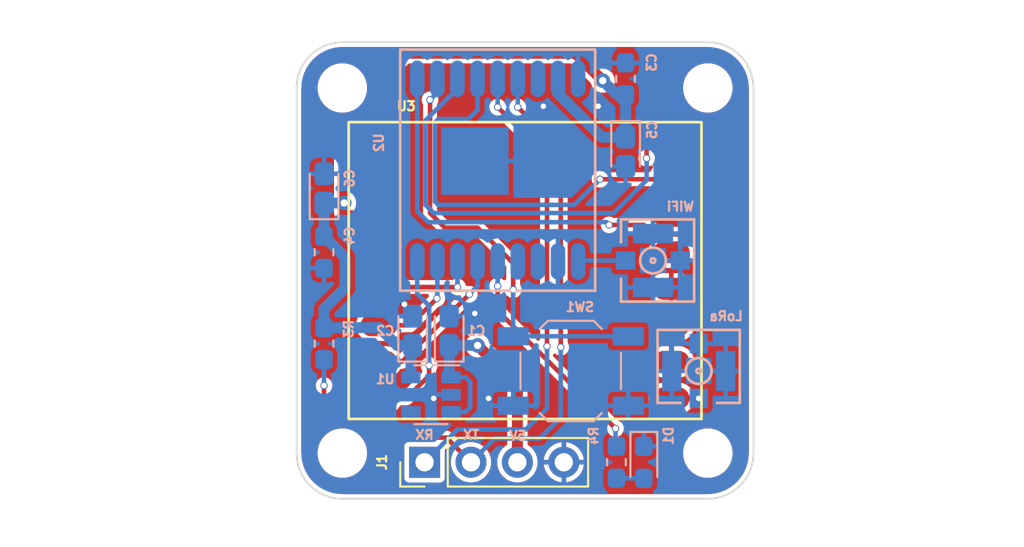
<source format=kicad_pcb>
(kicad_pcb (version 20200819) (host pcbnew "(5.99.0-2965-g3673c23696)")
  (layers (0 "F.Cu" signal) (31 "B.Cu" signal) (34 "B.Paste" user) (35 "F.Paste" user) (36 "B.SilkS" user) (37 "F.SilkS" user) (38 "B.Mask" user) (39 "F.Mask" user) (44 "Edge.Cuts" user))
  (net 0 "")
  (net 1 "GND")
  (net 2 "Net-(AE1-Pad1)")
  (net 3 "Net-(AE2-Pad1)")
  (net 4 "+5V")
  (net 5 "+3V3")
  (net 6 "Net-(D1-Pad2)")
  (net 7 "/TX")
  (net 8 "/RX")
  (net 9 "/IO16")
  (net 10 "/BOOT")
  (net 11 "/RST")
  (net 12 "/BUSY")
  (net 13 "/DIO1")
  (net 14 "/NRESET")
  (net 15 "/NSS")
  (net 16 "/MOSI")
  (net 17 "/MISO")
  (net 18 "/SCK")
  (net 19 "/EN")
  (net 20 "Net-(U2-Pad3)")
  (net 21 "Net-(U3-Pad2)")
  (net 22 "Net-(U3-Pad1)")
  (module "MountingHole:MountingHole_2.2mm_M2" (layer "F.Cu") (at 120 150)
    (fp_text reference "H4" hide)
    (fp_text value "MountingHole" hide)
    (pad "1" np_thru_hole circle (at 0 0) (size 2.2 2.2) (drill 2.2) (layers *.Cu *.Mask))
  )
  (module "MountingHole:MountingHole_2.2mm_M2" (layer "F.Cu") (at 100 150)
    (fp_text reference "H1" hide)
    (fp_text value "MountingHole" hide)
    (pad "1" np_thru_hole circle (at 0 0) (size 2.2 2.2) (drill 2.2) (layers *.Cu *.Mask))
  )
  (module "MountingHole:MountingHole_2.2mm_M2" (layer "F.Cu") (at 120 130)
    (fp_text reference "H3" hide)
    (fp_text value "MountingHole" hide)
    (pad "1" np_thru_hole circle (at 0 0) (size 2.2 2.2) (drill 2.2) (layers *.Cu *.Mask))
  )
  (module "Connector_PinHeader_2.54mm:PinHeader_1x04_P2.54mm_Vertical" (layer "F.Cu") (at 104.5 150.5 90)
    (fp_text reference "J1" (at 0 -2.33 90) (layer "F.SilkS") (effects (font (size 0.5 0.5))))
    (fp_text value "Conn_01x04")
    (fp_line (start -1.33 1.27) (end -1.33 8.95) (layer "F.SilkS") (width 0.12))
    (fp_line (start -1.33 0) (end -1.33 -1.33) (layer "F.SilkS") (width 0.12))
    (fp_line (start 1.33 1.27) (end 1.33 8.95) (layer "F.SilkS") (width 0.12))
    (fp_line (start -1.33 8.95) (end 1.33 8.95) (layer "F.SilkS") (width 0.12))
    (fp_line (start -1.33 1.27) (end 1.33 1.27) (layer "F.SilkS") (width 0.12))
    (fp_line (start -1.33 -1.33) (end 0 -1.33) (layer "F.SilkS") (width 0.12))
    (pad "1" thru_hole rect (at 0 0 90) (size 1.7 1.7) (drill 1) (layers *.Cu *.Mask) (net 8 "/RX"))
    (pad "2" thru_hole oval (at 0 2.54 90) (size 1.7 1.7) (drill 1) (layers *.Cu *.Mask) (net 7 "/TX"))
    (pad "3" thru_hole oval (at 0 5.08 90) (size 1.7 1.7) (drill 1) (layers *.Cu *.Mask) (net 4 "+5V"))
    (pad "4" thru_hole oval (at 0 7.62 90) (size 1.7 1.7) (drill 1) (layers *.Cu *.Mask) (net 1 "GND"))
  )
  (module "MountingHole:MountingHole_2.2mm_M2" (layer "F.Cu") (at 100 130)
    (fp_text reference "H2" hide)
    (fp_text value "MountingHole" hide)
    (pad "1" np_thru_hole circle (at 0 0) (size 2.2 2.2) (drill 2.2) (layers *.Cu *.Mask))
  )
  (module "ELRS_lib:LoRa1280" (layer "F.Cu") (at 110 140)
    (fp_text reference "U3" (at -6.5 -9 unlocked) (layer "F.SilkS") (effects (font (size 0.5 0.5))))
    (fp_text value "LoRa1280")
    (fp_rect (start 9.652 8.128) (end -9.652 -8.128) (layer "F.SilkS") (width 0.15))
    (pad "1" smd oval (at -8 -7) (size 2 1.2) (layers "F.Cu" "F.Paste" "F.Mask") (net 22 "Net-(U3-Pad1)"))
    (pad "2" smd oval (at -8 -5) (size 2 1.2) (layers "F.Cu" "F.Paste" "F.Mask") (net 21 "Net-(U3-Pad2)"))
    (pad "3" smd oval (at -8 -3) (size 2 1.2) (layers "F.Cu" "F.Paste" "F.Mask") (net 5 "+3V3"))
    (pad "4" smd oval (at -8 -1) (size 2 1.2) (layers "F.Cu" "F.Paste" "F.Mask") (net 1 "GND"))
    (pad "5" smd oval (at -8 1) (size 2 1.2) (layers "F.Cu" "F.Paste" "F.Mask") (net 17 "/MISO"))
    (pad "6" smd oval (at -8 3) (size 2 1.2) (layers "F.Cu" "F.Paste" "F.Mask") (net 16 "/MOSI"))
    (pad "7" smd oval (at -8 5) (size 2 1.2) (layers "F.Cu" "F.Paste" "F.Mask") (net 18 "/SCK"))
    (pad "8" smd oval (at -8 7) (size 2 1.2) (layers "F.Cu" "F.Paste" "F.Mask") (net 15 "/NSS"))
    (pad "9" smd oval (at 8 7) (size 2 1.2) (layers "F.Cu" "F.Paste" "F.Mask") (net 3 "Net-(AE2-Pad1)"))
    (pad "10" smd oval (at 8 5) (size 2 1.2) (layers "F.Cu" "F.Paste" "F.Mask") (net 1 "GND"))
    (pad "11" smd oval (at 8 3) (size 2 1.2) (layers "F.Cu" "F.Paste" "F.Mask") (net 1 "GND"))
    (pad "12" smd oval (at 8 1) (size 2 1.2) (layers "F.Cu" "F.Paste" "F.Mask") (net 1 "GND"))
    (pad "13" smd oval (at 8 -1) (size 2 1.2) (layers "F.Cu" "F.Paste" "F.Mask") (net 14 "/NRESET"))
    (pad "14" smd oval (at 8 -3) (size 2 1.2) (layers "F.Cu" "F.Paste" "F.Mask") (net 1 "GND"))
    (pad "15" smd oval (at 8 -5) (size 2 1.2) (layers "F.Cu" "F.Paste" "F.Mask") (net 12 "/BUSY"))
    (pad "16" smd oval (at 8 -7) (size 2 1.2) (layers "F.Cu" "F.Paste" "F.Mask") (net 13 "/DIO1"))
  )
  (module "Capacitor_Tantalum_SMD:CP_EIA-1608-08_AVX-J_Pad1.25x1.05mm_HandSolder" (layer "B.Cu") (at 115.5 133.5 -90)
    (fp_text reference "C5" (at -1.2 -1.45 90) (layer "B.SilkS") (effects (font (size 0.5 0.5)) (justify mirror)))
    (fp_text value "CP")
    (fp_line (start -1.685 -0.785) (end 0.8 -0.785) (layer "B.SilkS") (width 0.12))
    (fp_line (start -1.685 0.785) (end -1.685 -0.785) (layer "B.SilkS") (width 0.12))
    (fp_line (start 0.8 0.785) (end -1.685 0.785) (layer "B.SilkS") (width 0.12))
    (pad "1" smd roundrect (at -0.8 0 270) (size 1.25 1.05) (layers "B.Cu" "B.Paste" "B.Mask") (roundrect_rratio 0.238095) (net 5 "+3V3"))
    (pad "2" smd roundrect (at 0.8 0 270) (size 1.25 1.05) (layers "B.Cu" "B.Paste" "B.Mask") (roundrect_rratio 0.238095) (net 1 "GND"))
  )
  (module "Resistor_SMD:R_0603_1608Metric_Pad1.05x0.95mm_HandSolder" (layer "B.Cu") (at 115 150.5 -90)
    (fp_text reference "R4" (at -1.45 1.25 90) (layer "B.SilkS") (effects (font (size 0.5 0.5)) (justify mirror)))
    (fp_text value "330")
    (fp_line (start -0.171267 -0.51) (end 0.171267 -0.51) (layer "B.SilkS") (width 0.12))
    (fp_line (start -0.171267 0.51) (end 0.171267 0.51) (layer "B.SilkS") (width 0.12))
    (pad "1" smd roundrect (at -0.875 0 270) (size 1.05 0.95) (layers "B.Cu" "B.Paste" "B.Mask") (net 9 "/IO16"))
    (pad "2" smd roundrect (at 0.875 0 270) (size 1.05 0.95) (layers "B.Cu" "B.Paste" "B.Mask") (net 6 "Net-(D1-Pad2)"))
  )
  (module "LED_SMD:LED_0603_1608Metric_Pad1.05x0.95mm_HandSolder" (layer "B.Cu") (at 116.5 150.5 -90)
    (fp_text reference "D1" (at -1.45 -1.35 90) (layer "B.SilkS") (effects (font (size 0.5 0.5)) (justify mirror)))
    (fp_text value "LED")
    (fp_line (start -1.66 0.735) (end -1.66 -0.735) (layer "B.SilkS") (width 0.12))
    (fp_line (start 0.8 0.735) (end -1.66 0.735) (layer "B.SilkS") (width 0.12))
    (fp_line (start -1.66 -0.735) (end 0.8 -0.735) (layer "B.SilkS") (width 0.12))
    (pad "1" smd roundrect (at -0.875 0 270) (size 1.05 0.95) (layers "B.Cu" "B.Paste" "B.Mask") (net 1 "GND"))
    (pad "2" smd roundrect (at 0.875 0 270) (size 1.05 0.95) (layers "B.Cu" "B.Paste" "B.Mask") (net 6 "Net-(D1-Pad2)"))
  )
  (module "Capacitor_Tantalum_SMD:CP_EIA-1608-08_AVX-J_Pad1.25x1.05mm_HandSolder" (layer "B.Cu") (at 99 135.5 90)
    (fp_text reference "C6" (at 0.55 1.4 90) (layer "B.SilkS") (effects (font (size 0.5 0.5)) (justify mirror)))
    (fp_text value "CP")
    (fp_line (start -1.685 0.785) (end -1.685 -0.785) (layer "B.SilkS") (width 0.12))
    (fp_line (start -1.685 -0.785) (end 0.8 -0.785) (layer "B.SilkS") (width 0.12))
    (fp_line (start 0.8 0.785) (end -1.685 0.785) (layer "B.SilkS") (width 0.12))
    (pad "1" smd roundrect (at -0.8 0 90) (size 1.25 1.05) (layers "B.Cu" "B.Paste" "B.Mask") (roundrect_rratio 0.238095) (net 5 "+3V3"))
    (pad "2" smd roundrect (at 0.8 0 90) (size 1.25 1.05) (layers "B.Cu" "B.Paste" "B.Mask") (roundrect_rratio 0.238095) (net 1 "GND"))
  )
  (module "Button_Switch_SMD:SW_SPST_TL3342" (layer "B.Cu") (at 112.5 145.5 180)
    (fp_text reference "SW1" (at -0.5 3.5) (layer "B.SilkS") (effects (font (size 0.5 0.5)) (justify mirror)))
    (fp_text value "SW_SPST")
    (fp_line (start 1.7 2.3) (end 1.25 2.75) (layer "B.SilkS") (width 0.12))
    (fp_line (start -1.7 2.3) (end -1.25 2.75) (layer "B.SilkS") (width 0.12))
    (fp_line (start -1.7 -2.3) (end -1.25 -2.75) (layer "B.SilkS") (width 0.12))
    (fp_line (start 1.7 -2.3) (end 1.25 -2.75) (layer "B.SilkS") (width 0.12))
    (fp_line (start -2.75 1) (end -2.75 -1) (layer "B.SilkS") (width 0.12))
    (fp_line (start -1.25 2.75) (end 1.25 2.75) (layer "B.SilkS") (width 0.12))
    (fp_line (start -1.25 -2.75) (end 1.25 -2.75) (layer "B.SilkS") (width 0.12))
    (fp_line (start 2.75 1) (end 2.75 -1) (layer "B.SilkS") (width 0.12))
    (pad "1" smd rect (at -3.15 1.9 180) (size 1.7 1) (layers "B.Cu" "B.Paste" "B.Mask") (net 10 "/BOOT"))
    (pad "1" smd rect (at 3.15 1.9 180) (size 1.7 1) (layers "B.Cu" "B.Paste" "B.Mask") (net 10 "/BOOT"))
    (pad "2" smd rect (at 3.15 -1.9 180) (size 1.7 1) (layers "B.Cu" "B.Paste" "B.Mask") (net 1 "GND"))
    (pad "2" smd rect (at -3.15 -1.9 180) (size 1.7 1) (layers "B.Cu" "B.Paste" "B.Mask") (net 1 "GND"))
  )
  (module "Capacitor_Tantalum_SMD:CP_EIA-1608-08_AVX-J_Pad1.25x1.05mm_HandSolder" (layer "B.Cu") (at 105.85 143.3 90)
    (fp_text reference "C1" (at 0 1.48 180) (layer "B.SilkS") (effects (font (size 0.5 0.5)) (justify mirror)))
    (fp_text value "CP")
    (fp_line (start 0.8 0.785) (end -1.685 0.785) (layer "B.SilkS") (width 0.12))
    (fp_line (start -1.685 0.785) (end -1.685 -0.785) (layer "B.SilkS") (width 0.12))
    (fp_line (start -1.685 -0.785) (end 0.8 -0.785) (layer "B.SilkS") (width 0.12))
    (pad "1" smd roundrect (at -0.8 0 90) (size 1.25 1.05) (layers "B.Cu" "B.Paste" "B.Mask") (roundrect_rratio 0.238095) (net 4 "+5V"))
    (pad "2" smd roundrect (at 0.8 0 90) (size 1.25 1.05) (layers "B.Cu" "B.Paste" "B.Mask") (roundrect_rratio 0.238095) (net 1 "GND"))
  )
  (module "Capacitor_Tantalum_SMD:CP_EIA-1608-08_AVX-J_Pad1.25x1.05mm_HandSolder" (layer "B.Cu") (at 103.85 143.3 90)
    (fp_text reference "C2" (at 0 -1.5 180) (layer "B.SilkS") (effects (font (size 0.5 0.5)) (justify mirror)))
    (fp_text value "CP")
    (fp_line (start 0.8 0.785) (end -1.685 0.785) (layer "B.SilkS") (width 0.12))
    (fp_line (start -1.685 -0.785) (end 0.8 -0.785) (layer "B.SilkS") (width 0.12))
    (fp_line (start -1.685 0.785) (end -1.685 -0.785) (layer "B.SilkS") (width 0.12))
    (pad "1" smd roundrect (at -0.8 0 90) (size 1.25 1.05) (layers "B.Cu" "B.Paste" "B.Mask") (roundrect_rratio 0.238095) (net 5 "+3V3"))
    (pad "2" smd roundrect (at 0.8 0 90) (size 1.25 1.05) (layers "B.Cu" "B.Paste" "B.Mask") (roundrect_rratio 0.238095) (net 1 "GND"))
  )
  (module "ELRS_lib:U.FL" (layer "B.Cu") (at 117 139.45 180)
    (fp_text reference "AE1" hide)
    (fp_text value "Antenna_Shield")
    (fp_text user "WiFi" (at -1.5 2.95 unlocked) (layer "B.SilkS") (effects (font (size 0.5 0.5) (thickness 0.125)) (justify mirror)))
    (fp_line (start 1.75 2.25) (end -2.25 2.25) (layer "B.SilkS") (width 0.15))
    (fp_line (start 1.75 1) (end 1.75 2.25) (layer "B.SilkS") (width 0.15))
    (fp_line (start 1.75 -2.25) (end 1.75 -1) (layer "B.SilkS") (width 0.15))
    (fp_line (start -2.25 -2.25) (end 1.75 -2.25) (layer "B.SilkS") (width 0.15))
    (fp_line (start -2.25 2.25) (end -2.25 -2.25) (layer "B.SilkS") (width 0.15))
    (fp_circle (center 0 0) (end 0.125 0) (layer "B.SilkS") (width 0.15))
    (fp_circle (center 0 0) (end 0.5 0.5) (layer "B.SilkS") (width 0.15))
    (pad "1" smd rect (at 1.5 0 180) (size 1.05 1) (layers "B.Cu" "B.Paste" "B.Mask") (net 2 "Net-(AE1-Pad1)"))
    (pad "2" smd rect (at 0 1.475 180) (size 2.2 1.05) (layers "B.Cu" "B.Paste" "B.Mask") (net 1 "GND"))
    (pad "2" smd rect (at 0 -1.475 180) (size 2.2 1.05) (layers "B.Cu" "B.Paste" "B.Mask") (net 1 "GND"))
    (pad "2" smd rect (at -1.5 0 180) (size 1.05 1) (layers "B.Cu" "B.Paste" "B.Mask") (net 1 "GND"))
  )
  (module "Resistor_SMD:R_0603_1608Metric_Pad1.05x0.95mm_HandSolder" (layer "B.Cu") (at 99 144 -90)
    (fp_text reference "R3" (at -0.8 -1.35 90) (layer "B.SilkS") (effects (font (size 0.5 0.5)) (justify mirror)))
    (fp_text value "330")
    (fp_line (start -0.171267 0.51) (end 0.171267 0.51) (layer "B.SilkS") (width 0.12))
    (fp_line (start -0.171267 -0.51) (end 0.171267 -0.51) (layer "B.SilkS") (width 0.12))
    (pad "1" smd roundrect (at -0.875 0 270) (size 1.05 0.95) (layers "B.Cu" "B.Paste" "B.Mask") (net 5 "+3V3"))
    (pad "2" smd roundrect (at 0.875 0 270) (size 1.05 0.95) (layers "B.Cu" "B.Paste" "B.Mask") (net 7 "/TX"))
  )
  (module "Capacitor_SMD:C_0603_1608Metric_Pad1.05x0.95mm_HandSolder" (layer "B.Cu") (at 115.5 129.5 90)
    (fp_text reference "C3" (at 0.9 1.43 90) (layer "B.SilkS") (effects (font (size 0.5 0.5)) (justify mirror)))
    (fp_text value "C")
    (fp_line (start -0.171267 -0.51) (end 0.171267 -0.51) (layer "B.SilkS") (width 0.12))
    (fp_line (start -0.171267 0.51) (end 0.171267 0.51) (layer "B.SilkS") (width 0.12))
    (pad "1" smd roundrect (at -0.875 0 90) (size 1.05 0.95) (layers "B.Cu" "B.Paste" "B.Mask") (net 5 "+3V3"))
    (pad "2" smd roundrect (at 0.875 0 90) (size 1.05 0.95) (layers "B.Cu" "B.Paste" "B.Mask") (net 1 "GND"))
  )
  (module "Package_TO_SOT_SMD:SOT-23-5" (layer "B.Cu") (at 104.85 146.8 180)
    (fp_text reference "U1" (at 2.5 0.85) (layer "B.SilkS") (effects (font (size 0.5 0.5)) (justify mirror)))
    (fp_text value "ME6211C33")
    (fp_line (start 0.9 1.61) (end -1.55 1.61) (layer "B.SilkS") (width 0.12))
    (fp_line (start -0.9 -1.61) (end 0.9 -1.61) (layer "B.SilkS") (width 0.12))
    (pad "1" smd rect (at -1.1 0.95 180) (size 1.06 0.65) (layers "B.Cu" "B.Paste" "B.Mask") (net 4 "+5V"))
    (pad "2" smd rect (at -1.1 0 180) (size 1.06 0.65) (layers "B.Cu" "B.Paste" "B.Mask") (net 1 "GND"))
    (pad "3" smd rect (at -1.1 -0.95 180) (size 1.06 0.65) (layers "B.Cu" "B.Paste" "B.Mask") (net 4 "+5V"))
    (pad "4" smd rect (at 1.1 -0.95 180) (size 1.06 0.65) (layers "B.Cu" "B.Paste" "B.Mask"))
    (pad "5" smd rect (at 1.1 0.95 180) (size 1.06 0.65) (layers "B.Cu" "B.Paste" "B.Mask") (net 5 "+3V3"))
  )
  (module "Capacitor_SMD:C_0603_1608Metric_Pad1.05x0.95mm_HandSolder" (layer "B.Cu") (at 99 139 -90)
    (fp_text reference "C4" (at -0.9 -1.4 90) (layer "B.SilkS") (effects (font (size 0.5 0.5)) (justify mirror)))
    (fp_text value "C")
    (fp_line (start -0.171267 -0.51) (end 0.171267 -0.51) (layer "B.SilkS") (width 0.12))
    (fp_line (start -0.171267 0.51) (end 0.171267 0.51) (layer "B.SilkS") (width 0.12))
    (pad "1" smd roundrect (at -0.875 0 270) (size 1.05 0.95) (layers "B.Cu" "B.Paste" "B.Mask") (net 5 "+3V3"))
    (pad "2" smd roundrect (at 0.875 0 270) (size 1.05 0.95) (layers "B.Cu" "B.Paste" "B.Mask") (net 1 "GND"))
  )
  (module "ELRS_lib:ESP-01F" (layer "B.Cu") (at 108.5 134.5 90)
    (fp_text reference "U2" (at 1.5 -6.5 90 unlocked) (layer "B.SilkS") (effects (font (size 0.5 0.5)) (justify mirror)))
    (fp_text value "ESP-01F")
    (fp_rect (start -6.604 5.334) (end 6.604 -5.334) (layer "B.SilkS") (width 0.15))
    (pad "1" smd oval (at -5 4.4 90) (size 2 0.8) (layers "B.Cu" "B.Paste" "B.Mask") (net 2 "Net-(AE1-Pad1)"))
    (pad "2" smd oval (at -5 3.3 90) (size 2 0.8) (layers "B.Cu" "B.Paste" "B.Mask") (net 1 "GND"))
    (pad "3" smd oval (at -5 2.2 90) (size 2 0.8) (layers "B.Cu" "B.Paste" "B.Mask") (net 20 "Net-(U2-Pad3)"))
    (pad "4" smd oval (at -5 1.1 90) (size 2 0.8) (layers "B.Cu" "B.Paste" "B.Mask") (net 19 "/EN"))
    (pad "5" smd oval (at -5 0 90) (size 2 0.8) (layers "B.Cu" "B.Paste" "B.Mask") (net 9 "/IO16"))
    (pad "6" smd oval (at -5 -1.1 90) (size 2 0.8) (layers "B.Cu" "B.Paste" "B.Mask") (net 18 "/SCK"))
    (pad "7" smd oval (at -5 -2.2 90) (size 2 0.8) (layers "B.Cu" "B.Paste" "B.Mask") (net 17 "/MISO"))
    (pad "8" smd oval (at -5 -3.3 90) (size 2 0.8) (layers "B.Cu" "B.Paste" "B.Mask") (net 16 "/MOSI"))
    (pad "9" smd oval (at -5 -4.4 90) (size 2 0.8) (layers "B.Cu" "B.Paste" "B.Mask") (net 15 "/NSS"))
    (pad "10" smd oval (at 5 -4.4 90) (size 2 0.8) (layers "B.Cu" "B.Paste" "B.Mask") (net 14 "/NRESET"))
    (pad "11" smd oval (at 5 -3.3 90) (size 2 0.8) (layers "B.Cu" "B.Paste" "B.Mask") (net 10 "/BOOT"))
    (pad "12" smd oval (at 5 -2.2 90) (size 2 0.8) (layers "B.Cu" "B.Paste" "B.Mask") (net 13 "/DIO1"))
    (pad "13" smd oval (at 5 -1.1 90) (size 2 0.8) (layers "B.Cu" "B.Paste" "B.Mask") (net 12 "/BUSY"))
    (pad "14" smd oval (at 5 0 90) (size 2 0.8) (layers "B.Cu" "B.Paste" "B.Mask") (net 8 "/RX"))
    (pad "15" smd oval (at 5 1.1 90) (size 2 0.8) (layers "B.Cu" "B.Paste" "B.Mask") (net 7 "/TX"))
    (pad "16" smd oval (at 5 2.2 90) (size 2 0.8) (layers "B.Cu" "B.Paste" "B.Mask") (net 11 "/RST"))
    (pad "17" smd oval (at 5 3.3 90) (size 2 0.8) (layers "B.Cu" "B.Paste" "B.Mask") (net 5 "+3V3"))
    (pad "18" smd oval (at 5 4.4 90) (size 2 0.8) (layers "B.Cu" "B.Paste" "B.Mask") (net 1 "GND"))
    (pad "19" smd rect (at 0.5 -1.25 90) (size 3.7 3.7) (layers "B.Cu" "B.Paste" "B.Mask") (net 1 "GND"))
  )
  (module "ELRS_lib:U.FL" (layer "B.Cu") (at 119.5 145.5 -90)
    (fp_text reference "AE2" hide)
    (fp_text value "Antenna_Shield")
    (fp_text user "LoRa" (at -3 -1.5 unlocked) (layer "B.SilkS") (effects (font (size 0.5 0.5) (thickness 0.125)) (justify mirror)))
    (fp_line (start -2.25 2.25) (end -2.25 -2.25) (layer "B.SilkS") (width 0.15))
    (fp_line (start 1.75 2.25) (end -2.25 2.25) (layer "B.SilkS") (width 0.15))
    (fp_line (start 1.75 1) (end 1.75 2.25) (layer "B.SilkS") (width 0.15))
    (fp_line (start 1.75 -2.25) (end 1.75 -1) (layer "B.SilkS") (width 0.15))
    (fp_line (start -2.25 -2.25) (end 1.75 -2.25) (layer "B.SilkS") (width 0.15))
    (fp_circle (center 0 0) (end 0.5 0.5) (layer "B.SilkS") (width 0.15))
    (fp_circle (center 0 0) (end 0.125 0) (layer "B.SilkS") (width 0.15))
    (pad "1" smd rect (at 1.5 0 270) (size 1.05 1) (layers "B.Cu" "B.Paste" "B.Mask") (net 3 "Net-(AE2-Pad1)"))
    (pad "2" smd rect (at 0 1.475 270) (size 2.2 1.05) (layers "B.Cu" "B.Paste" "B.Mask") (net 1 "GND"))
    (pad "2" smd rect (at 0 -1.475 270) (size 2.2 1.05) (layers "B.Cu" "B.Paste" "B.Mask") (net 1 "GND"))
    (pad "2" smd rect (at -1.5 0 270) (size 1.05 1) (layers "B.Cu" "B.Paste" "B.Mask") (net 1 "GND"))
  )
  (gr_line (start 120 127.5) (end 100 127.5) (layer "Edge.Cuts") (width 0.1))
  (gr_line (start 100 152.5) (end 120 152.5) (layer "Edge.Cuts") (width 0.1))
  (gr_arc (start 120 150) (end 122.5 150) (angle 90) (layer "Edge.Cuts") (width 0.1))
  (gr_line (start 97.5 130) (end 97.5 150) (layer "Edge.Cuts") (width 0.1))
  (gr_arc (start 100 150) (end 100 152.5) (angle 90) (layer "Edge.Cuts") (width 0.1))
  (gr_line (start 122.5 150) (end 122.5 130) (layer "Edge.Cuts") (width 0.1))
  (gr_arc (start 120 130) (end 120 127.5) (angle 90) (layer "Edge.Cuts") (width 0.1))
  (gr_arc (start 100 130) (end 97.5 130) (angle 90) (layer "Edge.Cuts") (width 0.1))
  (gr_text "TX" (at 107.05 149) (layer "B.SilkS") (effects (font (size 0.5 0.5) (thickness 0.125)) (justify mirror)))
  (gr_text "5V" (at 109.6 149.05) (layer "B.SilkS") (effects (font (size 0.5 0.5) (thickness 0.125)) (justify mirror)))
  (gr_text "RX" (at 104.5 149) (layer "B.SilkS") (effects (font (size 0.5 0.5) (thickness 0.125)) (justify mirror)))
  (via (at 105 147) (size 0.4) (drill 0.3) (layers "F.Cu" "B.Cu") (net 1))
  (via (at 108 147) (size 0.4) (drill 0.3) (layers "F.Cu" "B.Cu") (net 1))
  (via (at 107.25 142.35) (size 0.4) (drill 0.3) (layers "F.Cu" "B.Cu") (net 1))
  (via (at 114 131) (size 0.4) (drill 0.3) (layers "F.Cu" "B.Cu") (net 1))
  (via (at 103.4 141.85) (size 0.4) (drill 0.3) (layers "F.Cu" "B.Cu") (net 1))
  (via (at 111 131) (size 0.4) (drill 0.3) (layers "F.Cu" "B.Cu") (net 1))
  (segment (start 115.5 139.45) (end 112.95 139.45) (width 0.25) (layer "B.Cu") (net 2))
  (segment (start 112.95 139.45) (end 112.9 139.5) (width 0.25) (layer "B.Cu") (net 2))
  (segment (start 112.9 139.5) (end 112.9 139.45) (width 0.25) (layer "B.Cu") (net 2))
  (segment (start 118 147) (end 119.5 147) (width 0.25) (layer "F.Cu") (net 3))
  (via (at 119.5 147) (size 0.4) (drill 0.3) (layers "F.Cu" "B.Cu") (net 3))
  (segment (start 109.58 146.28) (end 107.4 144.1) (width 0.6) (layer "F.Cu") (net 4))
  (segment (start 109.58 150.5) (end 109.58 146.28) (width 0.6) (layer "F.Cu") (net 4))
  (via (at 107.4 144.1) (size 0.8) (drill 0.4) (layers "F.Cu" "B.Cu") (net 4))
  (segment (start 105.85 144.1) (end 105.85 145.75) (width 0.6) (layer "B.Cu") (net 4))
  (segment (start 105.95 145.85) (end 106.75 145.85) (width 0.25) (layer "B.Cu") (net 4))
  (segment (start 106.75 145.85) (end 107 146.1) (width 0.25) (layer "B.Cu") (net 4))
  (segment (start 105.85 145.75) (end 105.95 145.85) (width 0.6) (layer "B.Cu") (net 4))
  (segment (start 107.4 144.1) (end 105.85 144.1) (width 0.6) (layer "B.Cu") (net 4))
  (segment (start 106.73 147.75) (end 105.95 147.75) (width 0.25) (layer "B.Cu") (net 4))
  (segment (start 107 146.1) (end 107 147.48) (width 0.25) (layer "B.Cu") (net 4))
  (segment (start 107 147.48) (end 106.73 147.75) (width 0.25) (layer "B.Cu") (net 4))
  (segment (start 100.1 136.3) (end 100.1 132.75) (width 0.6) (layer "F.Cu") (net 5))
  (segment (start 100.1 136.3) (end 100.1 136.75) (width 0.6) (layer "F.Cu") (net 5))
  (segment (start 112.75 128.1) (end 114.25 129.6) (width 0.6) (layer "F.Cu") (net 5))
  (segment (start 102.35 129.15) (end 103.4 128.1) (width 0.6) (layer "F.Cu") (net 5))
  (segment (start 100.1 136.75) (end 100.35 137) (width 0.6) (layer "F.Cu") (net 5))
  (segment (start 102.35 130.5) (end 102.35 129.15) (width 0.6) (layer "F.Cu") (net 5))
  (segment (start 103.4 128.1) (end 111.8 128.1) (width 0.6) (layer "F.Cu") (net 5))
  (segment (start 100.1 132.75) (end 102.35 130.5) (width 0.6) (layer "F.Cu") (net 5))
  (segment (start 111.8 128.1) (end 112.75 128.1) (width 0.6) (layer "F.Cu") (net 5))
  (segment (start 100.35 137) (end 102 137) (width 0.6) (layer "F.Cu") (net 5))
  (via (at 100.1 136.3) (size 0.8) (drill 0.4) (layers "F.Cu" "B.Cu") (net 5))
  (via (at 114.25 129.6) (size 0.8) (drill 0.4) (layers "F.Cu" "B.Cu") (net 5))
  (segment (start 103.75 145.85) (end 103.75 144.2) (width 0.6) (layer "B.Cu") (net 5))
  (segment (start 103.85 144.1) (end 103 144.1) (width 0.6) (layer "B.Cu") (net 5))
  (segment (start 100.15 140.95) (end 100.15 139.275) (width 0.6) (layer "B.Cu") (net 5))
  (segment (start 99 138.125) (end 99 136.3) (width 0.6) (layer "B.Cu") (net 5))
  (segment (start 100.15 139.275) (end 99 138.125) (width 0.6) (layer "B.Cu") (net 5))
  (segment (start 103.75 144.2) (end 103.85 144.1) (width 0.6) (layer "B.Cu") (net 5))
  (segment (start 99 143.125) (end 99 142.1) (width 0.6) (layer "B.Cu") (net 5))
  (segment (start 102.025 143.125) (end 99 143.125) (width 0.6) (layer "B.Cu") (net 5))
  (segment (start 115.025 130.375) (end 115.5 130.375) (width 0.6) (layer "B.Cu") (net 5))
  (segment (start 111.8 130.3) (end 111.8 129.5) (width 0.6) (layer "B.Cu") (net 5))
  (segment (start 103 144.1) (end 102.025 143.125) (width 0.6) (layer "B.Cu") (net 5))
  (segment (start 99 142.1) (end 100.15 140.95) (width 0.6) (layer "B.Cu") (net 5))
  (segment (start 114.2 132.7) (end 111.8 130.3) (width 0.6) (layer "B.Cu") (net 5))
  (segment (start 114.95 130.3) (end 115.025 130.375) (width 0.6) (layer "B.Cu") (net 5))
  (segment (start 99 136.3) (end 100.1 136.3) (width 0.6) (layer "B.Cu") (net 5))
  (segment (start 114.25 129.6) (end 114.95 130.3) (width 0.6) (layer "B.Cu") (net 5))
  (segment (start 115.5 132.7) (end 114.2 132.7) (width 0.6) (layer "B.Cu") (net 5))
  (segment (start 115.5 130.375) (end 115.5 132.7) (width 0.6) (layer "B.Cu") (net 5))
  (segment (start 116.5 151.375) (end 115 151.375) (width 0.25) (layer "B.Cu") (net 6))
  (segment (start 100.85 148) (end 102 149.15) (width 0.25) (layer "F.Cu") (net 7))
  (segment (start 111.95 133.4) (end 111.95 143.35) (width 0.25) (layer "F.Cu") (net 7))
  (segment (start 99.9 148) (end 100.85 148) (width 0.25) (layer "F.Cu") (net 7))
  (segment (start 102 149.15) (end 105.69 149.15) (width 0.25) (layer "F.Cu") (net 7))
  (segment (start 105.69 149.15) (end 107.04 150.5) (width 0.25) (layer "F.Cu") (net 7))
  (segment (start 99 147.1) (end 99.9 148) (width 0.25) (layer "F.Cu") (net 7))
  (segment (start 99 146.3) (end 99 147.1) (width 0.25) (layer "F.Cu") (net 7))
  (segment (start 111.95 143.35) (end 111.95 144.2) (width 0.25) (layer "F.Cu") (net 7))
  (segment (start 109.6 131.05) (end 111.95 133.4) (width 0.25) (layer "F.Cu") (net 7))
  (via (at 109.6 131.05) (size 0.4) (drill 0.3) (layers "F.Cu" "B.Cu") (net 7))
  (via (at 99 146.3) (size 0.4) (drill 0.3) (layers "F.Cu" "B.Cu") (net 7))
  (via (at 111.95 144.2) (size 0.4) (drill 0.3) (layers "F.Cu" "B.Cu") (net 7))
  (segment (start 99 144.875) (end 99 146.3) (width 0.25) (layer "B.Cu") (net 7))
  (segment (start 108.34 149.2) (end 107.04 150.5) (width 0.25) (layer "B.Cu") (net 7))
  (segment (start 109.6 129.5) (end 109.6 131.05) (width 0.25) (layer "B.Cu") (net 7))
  (segment (start 111.95 146.6) (end 111.95 148.05) (width 0.25) (layer "B.Cu") (net 7))
  (segment (start 111.95 144.2) (end 111.95 146.6) (width 0.25) (layer "B.Cu") (net 7))
  (segment (start 110.8 149.2) (end 108.34 149.2) (width 0.25) (layer "B.Cu") (net 7))
  (segment (start 111.95 148.05) (end 110.8 149.2) (width 0.25) (layer "B.Cu") (net 7))
  (segment (start 111.2 143.35) (end 111.2 143.2) (width 0.25) (layer "F.Cu") (net 8))
  (segment (start 111.2 133.75) (end 111.2 143.2) (width 0.25) (layer "F.Cu") (net 8))
  (segment (start 111.2 143.35) (end 111.2 144.15) (width 0.25) (layer "F.Cu") (net 8))
  (segment (start 108.5 131.05) (end 111.2 133.75) (width 0.25) (layer "F.Cu") (net 8))
  (via (at 108.5 131.05) (size 0.4) (drill 0.3) (layers "F.Cu" "B.Cu") (net 8))
  (via (at 111.2 144.15) (size 0.4) (drill 0.3) (layers "F.Cu" "B.Cu") (net 8))
  (segment (start 105.85 149.15) (end 104.5 150.5) (width 0.25) (layer "B.Cu") (net 8))
  (segment (start 106.3 148.7) (end 105.85 149.15) (width 0.25) (layer "B.Cu") (net 8))
  (segment (start 111.2 144.15) (end 111.2 146.5) (width 0.25) (layer "B.Cu") (net 8))
  (segment (start 108.5 129.5) (end 108.5 131.05) (width 0.25) (layer "B.Cu") (net 8))
  (segment (start 111.2 146.5) (end 111.2 147.55) (width 0.25) (layer "B.Cu") (net 8))
  (segment (start 107.100998 148.7) (end 106.3 148.7) (width 0.25) (layer "B.Cu") (net 8))
  (segment (start 111.2 147.55) (end 110.05 148.7) (width 0.25) (layer "B.Cu") (net 8))
  (segment (start 110.05 148.7) (end 107.100998 148.7) (width 0.25) (layer "B.Cu") (net 8))
  (segment (start 108.5 142.2) (end 114.95 148.65) (width 0.25) (layer "F.Cu") (net 9))
  (segment (start 108.5 140.85) (end 108.5 142.2) (width 0.25) (layer "F.Cu") (net 9))
  (via (at 108.5 140.85) (size 0.4) (drill 0.3) (layers "F.Cu" "B.Cu") (net 9))
  (via (at 114.95 148.65) (size 0.4) (drill 0.3) (layers "F.Cu" "B.Cu") (net 9))
  (segment (start 114.95 148.65) (end 114.95 149.575) (width 0.25) (layer "B.Cu") (net 9))
  (segment (start 108.5 139.5) (end 108.5 140.85) (width 0.25) (layer "B.Cu") (net 9))
  (segment (start 114.95 149.575) (end 115 149.625) (width 0.25) (layer "B.Cu") (net 9))
  (segment (start 109.35 141.05) (end 109.35 139.6) (width 0.25) (layer "F.Cu") (net 10))
  (segment (start 104.8 136.85) (end 104.8 130.65) (width 0.25) (layer "F.Cu") (net 10))
  (segment (start 105.6 137.65) (end 104.8 136.85) (width 0.25) (layer "F.Cu") (net 10))
  (segment (start 107.4 137.65) (end 105.6 137.65) (width 0.25) (layer "F.Cu") (net 10))
  (segment (start 109.35 139.6) (end 107.4 137.65) (width 0.25) (layer "F.Cu") (net 10))
  (via (at 104.8 130.65) (size 0.4) (drill 0.3) (layers "F.Cu" "B.Cu") (net 10))
  (via (at 109.35 141.05) (size 0.4) (drill 0.3) (layers "F.Cu" "B.Cu") (net 10))
  (segment (start 104.8 130.65) (end 105.2 130.25) (width 0.25) (layer "B.Cu") (net 10))
  (segment (start 115.65 143.6) (end 109.35 143.6) (width 0.25) (layer "B.Cu") (net 10))
  (segment (start 109.35 143.6) (end 109.35 141.05) (width 0.25) (layer "B.Cu") (net 10))
  (segment (start 105.2 130.25) (end 105.2 129.5) (width 0.25) (layer "B.Cu") (net 10))
  (segment (start 114.1 135) (end 118 135) (width 0.25) (layer "F.Cu") (net 12))
  (via (at 114.1 135) (size 0.4) (drill 0.3) (layers "F.Cu" "B.Cu") (net 12))
  (segment (start 107.4 129.5) (end 107.4 131.2) (width 0.25) (layer "B.Cu") (net 12))
  (segment (start 106.9 131.7) (end 105.264998 131.7) (width 0.25) (layer "B.Cu") (net 12))
  (segment (start 105.074999 131.889999) (end 105.074999 136.224999) (width 0.25) (layer "B.Cu") (net 12))
  (segment (start 105.074999 136.224999) (end 105.250009 136.400009) (width 0.25) (layer "B.Cu") (net 12))
  (segment (start 105.250009 136.400009) (end 112.699991 136.400009) (width 0.25) (layer "B.Cu") (net 12))
  (segment (start 107.4 131.2) (end 106.9 131.7) (width 0.25) (layer "B.Cu") (net 12))
  (segment (start 105.264998 131.7) (end 105.074999 131.889999) (width 0.25) (layer "B.Cu") (net 12))
  (segment (start 112.699991 136.400009) (end 114.1 135) (width 0.25) (layer "B.Cu") (net 12))
  (segment (start 116.65 133.25) (end 116.9 133) (width 0.25) (layer "F.Cu") (net 13))
  (segment (start 116.65 133.85) (end 116.65 133.25) (width 0.25) (layer "F.Cu") (net 13))
  (segment (start 116.9 133) (end 118 133) (width 0.25) (layer "F.Cu") (net 13))
  (via (at 116.65 133.85) (size 0.4) (drill 0.3) (layers "F.Cu" "B.Cu") (net 13))
  (segment (start 104.55 131.778587) (end 104.55 136.4) (width 0.25) (layer "B.Cu") (net 13))
  (segment (start 106.3 130.028587) (end 104.55 131.778587) (width 0.25) (layer "B.Cu") (net 13))
  (segment (start 106.3 129.5) (end 106.3 130.028587) (width 0.25) (layer "B.Cu") (net 13))
  (segment (start 114.84998 136.85002) (end 116.65 135.05) (width 0.25) (layer "B.Cu") (net 13))
  (segment (start 116.65 135.05) (end 116.65 133.85) (width 0.25) (layer "B.Cu") (net 13))
  (segment (start 104.55 136.4) (end 105.00002 136.85002) (width 0.25) (layer "B.Cu") (net 13))
  (segment (start 105.00002 136.85002) (end 114.84998 136.85002) (width 0.25) (layer "B.Cu") (net 13))
  (segment (start 114.6 137.5) (end 116.5 137.5) (width 0.25) (layer "F.Cu") (net 14))
  (segment (start 118 139) (end 117.35 139) (width 0.25) (layer "F.Cu") (net 14))
  (segment (start 116.5 137.5) (end 118 139) (width 0.25) (layer "F.Cu") (net 14))
  (via (at 114.6 137.5) (size 0.4) (drill 0.3) (layers "F.Cu" "B.Cu") (net 14))
  (segment (start 104.7 137.35) (end 104.1 136.75) (width 0.25) (layer "B.Cu") (net 14))
  (segment (start 104.7 137.35) (end 114.45 137.35) (width 0.25) (layer "B.Cu") (net 14))
  (segment (start 104.1 136.75) (end 104.1 129.5) (width 0.25) (layer "B.Cu") (net 14))
  (segment (start 114.45 137.35) (end 114.6 137.5) (width 0.25) (layer "B.Cu") (net 14))
  (segment (start 103.5 147) (end 102 147) (width 0.25) (layer "F.Cu") (net 15))
  (segment (start 104.75 145.2) (end 104.75 145.75) (width 0.25) (layer "F.Cu") (net 15))
  (segment (start 104.75 145.75) (end 103.5 147) (width 0.25) (layer "F.Cu") (net 15))
  (via (at 104.75 145.2) (size 0.4) (drill 0.3) (layers "F.Cu" "B.Cu") (net 15))
  (segment (start 104.1 141.28262) (end 104.75 141.93262) (width 0.25) (layer "B.Cu") (net 15))
  (segment (start 104.1 139.5) (end 104.1 141.28262) (width 0.25) (layer "B.Cu") (net 15))
  (segment (start 104.75 141.93262) (end 104.75 145.2) (width 0.25) (layer "B.Cu") (net 15))
  (segment (start 102 143) (end 103.700126 143) (width 0.25) (layer "F.Cu") (net 16))
  (segment (start 103.700126 143) (end 105.175116 141.52501) (width 0.25) (layer "F.Cu") (net 16))
  (via (at 105.175116 141.52501) (size 0.4) (drill 0.3) (layers "F.Cu" "B.Cu") (net 16))
  (segment (start 105.2 141.500126) (end 105.175116 141.52501) (width 0.25) (layer "B.Cu") (net 16))
  (segment (start 105.2 139.5) (end 105.2 141.500126) (width 0.25) (layer "B.Cu") (net 16))
  (segment (start 102.1 140.9) (end 102 141) (width 0.25) (layer "F.Cu") (net 17))
  (segment (start 106.3 140.9) (end 102.1 140.9) (width 0.25) (layer "F.Cu") (net 17))
  (via (at 106.3 140.9) (size 0.4) (drill 0.3) (layers "F.Cu" "B.Cu") (net 17))
  (segment (start 106.3 139.5) (end 106.3 140.9) (width 0.25) (layer "B.Cu") (net 17))
  (segment (start 103.25 145) (end 102 145) (width 0.25) (layer "F.Cu") (net 18))
  (segment (start 106.95 141.3) (end 103.25 145) (width 0.25) (layer "F.Cu") (net 18))
  (via (at 106.95 141.3) (size 0.4) (drill 0.3) (layers "F.Cu" "B.Cu") (net 18))
  (segment (start 107.4 139.5) (end 107.4 140.85) (width 0.25) (layer "B.Cu") (net 18))
  (segment (start 107.4 140.85) (end 106.95 141.3) (width 0.25) (layer "B.Cu") (net 18))
  (zone (net 1) (net_name "GND") (layer "F.Cu") (connect_pads (clearance 0.254)) (min_thickness 0.2) (fill yes (thermal_gap 0.254) (thermal_bridge_width 0.254))
    (polygon (pts (xy 122.5 152.5) (xy 97.5 152.5) (xy 97.5 127.5) (xy 122.5 127.5)))
  )
  (zone (net 1) (net_name "GND") (layer "B.Cu") (connect_pads (clearance 0.254)) (min_thickness 0.2) (fill yes (thermal_gap 0.254) (thermal_bridge_width 0.254))
    (polygon (pts (xy 122.5 152.5) (xy 97.5 152.5) (xy 97.5 127.5) (xy 122.5 127.5)))
  )
)
</source>
